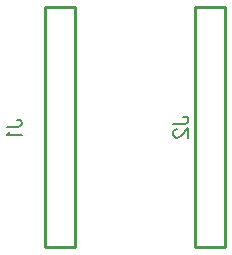
<source format=gbo>
G04 DipTrace Beta 3.0.9.0*
G04 BOARD.gbo*
%MOIN*%
G04 #@! TF.FileFunction,Legend,Bot*
G04 #@! TF.Part,Single*
%ADD10C,0.009843*%
%ADD35C,0.00772*%
%FSLAX26Y26*%
G04*
G70*
G90*
G75*
G01*
G04 BotSilk*
%LPD*%
X418998Y1218963D2*
D10*
X519000D1*
Y419037D1*
X418998D1*
Y1218963D1*
X1019002Y419037D2*
X919000D1*
Y1218963D1*
X1019002D1*
Y419037D1*
X290856Y820751D2*
D35*
X329102D1*
X336287Y823127D1*
X338664Y825559D1*
X341096Y830312D1*
Y835121D1*
X338664Y839874D1*
X336287Y842250D1*
X329102Y844682D1*
X324349D1*
X300473Y805311D2*
X298041Y800503D1*
X290911Y793318D1*
X341096D1*
X845777Y831501D2*
X884024Y831500D1*
X891209Y833877D1*
X893585Y836309D1*
X896017Y841062D1*
Y845871D1*
X893585Y850624D1*
X891209Y853000D1*
X884023Y855432D1*
X879270D1*
X857770Y813629D2*
X855394D1*
X850585Y811253D1*
X848209Y808876D1*
X845832Y804068D1*
Y794506D1*
X848209Y789753D1*
X850585Y787376D1*
X855394Y784945D1*
X860147D1*
X864955Y787376D1*
X872085Y792130D1*
X896017Y816061D1*
Y782568D1*
M02*

</source>
